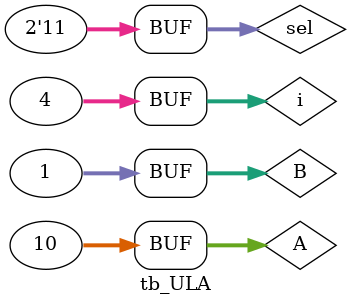
<source format=v>
module tb_ULA;
  
  reg [31:0]A;
  reg [31:0]B;
  wire [31:0]C;
  wire z;
  reg [1:0]sel;
  integer i;

  ULA dut ( .A (A),
            .B (B),
				.C (C),
				.z (z),
				.sel (sel)
	);
	
	initial begin
      $monitor ("[%0t] A=%32b B=%32b C=%32b sel=%2b, z=%1b", $time, A, B, C, sel, z);
		A <= 4'b1010;
		B <= 4'b0001;
		sel <= 2'b00;
		
		for (i = 0; i < 4; i=i+1) begin
		  #10 sel <= i;
		end
	end
endmodule
		
</source>
